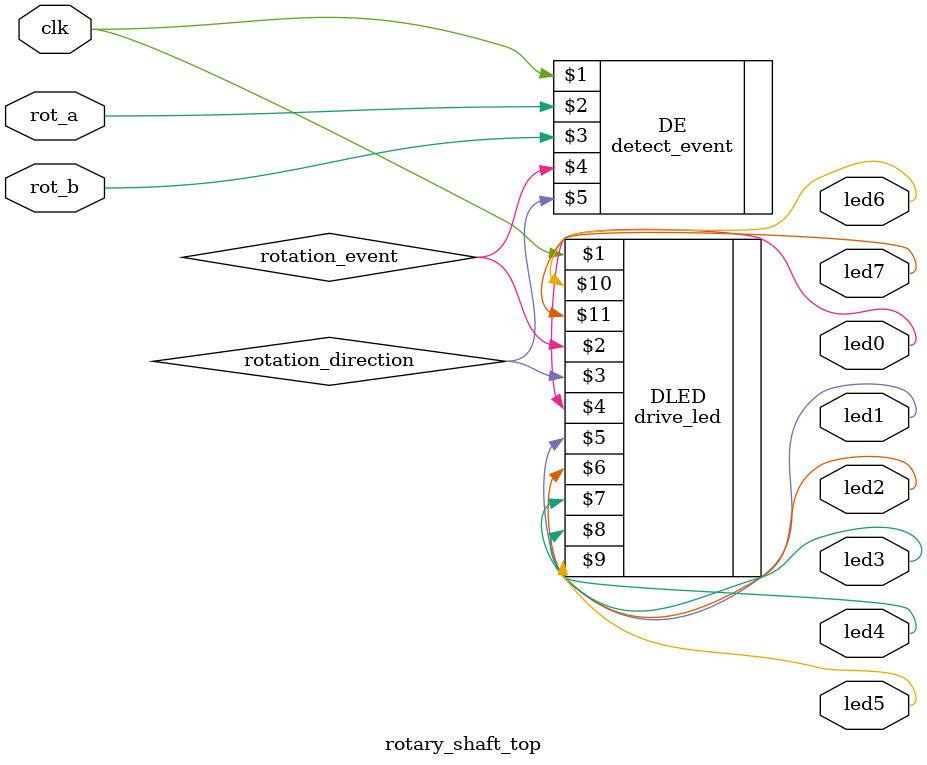
<source format=v>
`timescale 1ns / 1ps
module rotary_shaft_top(clk, rot_a, rot_b,
							   led0, led1, led2, led3, led4, led5, led6, led7
    );

	input clk, rot_a, rot_b;
	output led0, led1, led2, led3, led4, led5, led6, led7;
	wire led0, led1, led2, led3, led4, led5, led6, led7;
	
	wire rotation_event, rotation_direction;
	
	detect_event DE (clk, rot_a, rot_b, rotation_event, rotation_direction);
	drive_led DLED (clk, rotation_event, rotation_direction,
						 led0, led1, led2, led3, led4, led5, led6, led7);

endmodule

</source>
